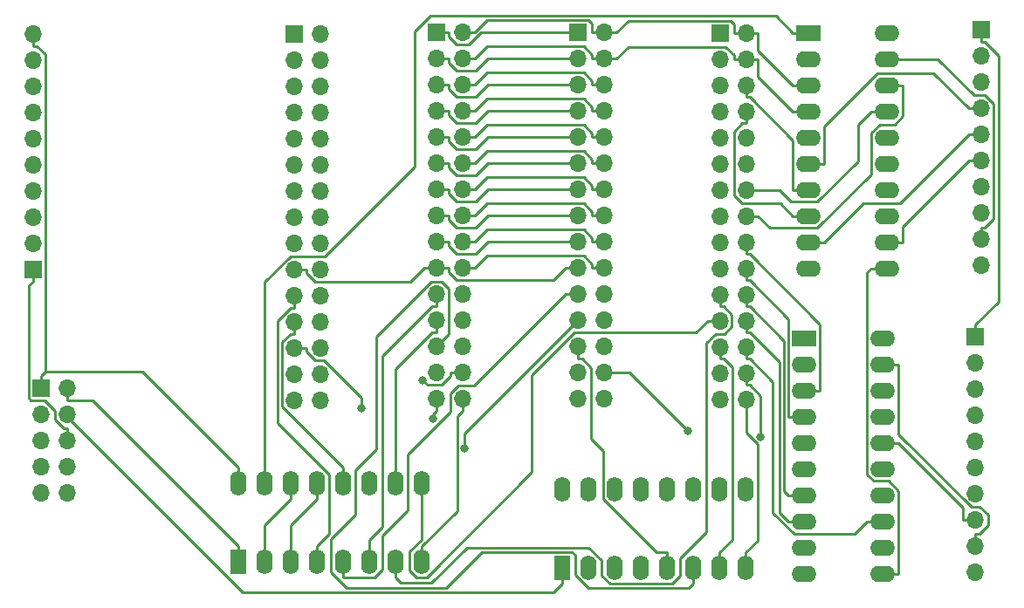
<source format=gbr>
%TF.GenerationSoftware,KiCad,Pcbnew,6.0.2+dfsg-1*%
%TF.CreationDate,2023-02-24T13:22:19-05:00*%
%TF.ProjectId,Registers,52656769-7374-4657-9273-2e6b69636164,rev?*%
%TF.SameCoordinates,Original*%
%TF.FileFunction,Copper,L2,Bot*%
%TF.FilePolarity,Positive*%
%FSLAX46Y46*%
G04 Gerber Fmt 4.6, Leading zero omitted, Abs format (unit mm)*
G04 Created by KiCad (PCBNEW 6.0.2+dfsg-1) date 2023-02-24 13:22:19*
%MOMM*%
%LPD*%
G01*
G04 APERTURE LIST*
%TA.AperFunction,ComponentPad*%
%ADD10R,2.400000X1.600000*%
%TD*%
%TA.AperFunction,ComponentPad*%
%ADD11O,2.400000X1.600000*%
%TD*%
%TA.AperFunction,ComponentPad*%
%ADD12R,1.700000X1.700000*%
%TD*%
%TA.AperFunction,ComponentPad*%
%ADD13O,1.700000X1.700000*%
%TD*%
%TA.AperFunction,ComponentPad*%
%ADD14R,1.600000X2.400000*%
%TD*%
%TA.AperFunction,ComponentPad*%
%ADD15O,1.600000X2.400000*%
%TD*%
%TA.AperFunction,ViaPad*%
%ADD16C,0.800000*%
%TD*%
%TA.AperFunction,Conductor*%
%ADD17C,0.250000*%
%TD*%
G04 APERTURE END LIST*
D10*
%TO.P,U4,1,~{E}*%
%TO.N,unconnected-(U4-Pad1)*%
X94600000Y-51330000D03*
D11*
%TO.P,U4,2,Q0*%
%TO.N,Net-(J8-Pad2)*%
X94600000Y-53870000D03*
%TO.P,U4,3,D0*%
%TO.N,/RS_{0}*%
X94600000Y-56410000D03*
%TO.P,U4,4,D1*%
%TO.N,/RS_{1}*%
X94600000Y-58950000D03*
%TO.P,U4,5,Q1*%
%TO.N,Net-(J8-Pad3)*%
X94600000Y-61490000D03*
%TO.P,U4,6,Q2*%
%TO.N,Net-(J8-Pad4)*%
X94600000Y-64030000D03*
%TO.P,U4,7,D2*%
%TO.N,/RS_{2}*%
X94600000Y-66570000D03*
%TO.P,U4,8,D3*%
%TO.N,/RS_{3}*%
X94600000Y-69110000D03*
%TO.P,U4,9,Q3*%
%TO.N,Net-(J8-Pad5)*%
X94600000Y-71650000D03*
%TO.P,U4,10,GND*%
%TO.N,GND*%
X94600000Y-74190000D03*
%TO.P,U4,11,CP*%
%TO.N,/CLK*%
X102220000Y-74190000D03*
%TO.P,U4,12,Q4*%
%TO.N,Net-(J8-Pad6)*%
X102220000Y-71650000D03*
%TO.P,U4,13,D4*%
%TO.N,/RS_{4}*%
X102220000Y-69110000D03*
%TO.P,U4,14,D5*%
%TO.N,/RS_{5}*%
X102220000Y-66570000D03*
%TO.P,U4,15,Q5*%
%TO.N,Net-(J8-Pad7)*%
X102220000Y-64030000D03*
%TO.P,U4,16,Q6*%
%TO.N,Net-(J8-Pad8)*%
X102220000Y-61490000D03*
%TO.P,U4,17,D6*%
%TO.N,/RS_{6}*%
X102220000Y-58950000D03*
%TO.P,U4,18,D7*%
%TO.N,/RS_{7}*%
X102220000Y-56410000D03*
%TO.P,U4,19,Q7*%
%TO.N,Net-(J8-Pad9)*%
X102220000Y-53870000D03*
%TO.P,U4,20,VCC*%
%TO.N,VCC*%
X102220000Y-51330000D03*
%TD*%
D10*
%TO.P,U3,1,~{E}*%
%TO.N,Net-(J1-Pad3)*%
X95010000Y-21655000D03*
D11*
%TO.P,U3,2,Q0*%
%TO.N,Net-(J7-Pad2)*%
X95010000Y-24195000D03*
%TO.P,U3,3,D0*%
%TO.N,/RD_{0}*%
X95010000Y-26735000D03*
%TO.P,U3,4,D1*%
%TO.N,/RD_{1}*%
X95010000Y-29275000D03*
%TO.P,U3,5,Q1*%
%TO.N,Net-(J7-Pad3)*%
X95010000Y-31815000D03*
%TO.P,U3,6,Q2*%
%TO.N,Net-(J7-Pad4)*%
X95010000Y-34355000D03*
%TO.P,U3,7,D2*%
%TO.N,/RD_{2}*%
X95010000Y-36895000D03*
%TO.P,U3,8,D3*%
%TO.N,/RD_{3}*%
X95010000Y-39435000D03*
%TO.P,U3,9,Q3*%
%TO.N,Net-(J7-Pad5)*%
X95010000Y-41975000D03*
%TO.P,U3,10,GND*%
%TO.N,GND*%
X95010000Y-44515000D03*
%TO.P,U3,11,CP*%
%TO.N,/CLK*%
X102630000Y-44515000D03*
%TO.P,U3,12,Q4*%
%TO.N,Net-(J7-Pad6)*%
X102630000Y-41975000D03*
%TO.P,U3,13,D4*%
%TO.N,/RD_{4}*%
X102630000Y-39435000D03*
%TO.P,U3,14,D5*%
%TO.N,/RD_{5}*%
X102630000Y-36895000D03*
%TO.P,U3,15,Q5*%
%TO.N,Net-(J7-Pad7)*%
X102630000Y-34355000D03*
%TO.P,U3,16,Q6*%
%TO.N,Net-(J7-Pad8)*%
X102630000Y-31815000D03*
%TO.P,U3,17,D6*%
%TO.N,/RD_{6}*%
X102630000Y-29275000D03*
%TO.P,U3,18,D7*%
%TO.N,/RD_{7}*%
X102630000Y-26735000D03*
%TO.P,U3,19,Q7*%
%TO.N,Net-(J7-Pad9)*%
X102630000Y-24195000D03*
%TO.P,U3,20,VCC*%
%TO.N,VCC*%
X102630000Y-21655000D03*
%TD*%
D12*
%TO.P,J8,1,Pin_1*%
%TO.N,VCC*%
X111180000Y-51135000D03*
D13*
%TO.P,J8,2,Pin_2*%
%TO.N,Net-(J8-Pad2)*%
X111180000Y-53675000D03*
%TO.P,J8,3,Pin_3*%
%TO.N,Net-(J8-Pad3)*%
X111180000Y-56215000D03*
%TO.P,J8,4,Pin_4*%
%TO.N,Net-(J8-Pad4)*%
X111180000Y-58755000D03*
%TO.P,J8,5,Pin_5*%
%TO.N,Net-(J8-Pad5)*%
X111180000Y-61295000D03*
%TO.P,J8,6,Pin_6*%
%TO.N,Net-(J8-Pad6)*%
X111180000Y-63835000D03*
%TO.P,J8,7,Pin_7*%
%TO.N,Net-(J8-Pad7)*%
X111180000Y-66375000D03*
%TO.P,J8,8,Pin_8*%
%TO.N,Net-(J8-Pad8)*%
X111180000Y-68915000D03*
%TO.P,J8,9,Pin_9*%
%TO.N,Net-(J8-Pad9)*%
X111180000Y-71455000D03*
%TO.P,J8,10,Pin_10*%
%TO.N,GND*%
X111180000Y-73995000D03*
%TD*%
D12*
%TO.P,J7,1,Pin_1*%
%TO.N,VCC*%
X111710000Y-21385000D03*
D13*
%TO.P,J7,2,Pin_2*%
%TO.N,Net-(J7-Pad2)*%
X111710000Y-23925000D03*
%TO.P,J7,3,Pin_3*%
%TO.N,Net-(J7-Pad3)*%
X111710000Y-26465000D03*
%TO.P,J7,4,Pin_4*%
%TO.N,Net-(J7-Pad4)*%
X111710000Y-29005000D03*
%TO.P,J7,5,Pin_5*%
%TO.N,Net-(J7-Pad5)*%
X111710000Y-31545000D03*
%TO.P,J7,6,Pin_6*%
%TO.N,Net-(J7-Pad6)*%
X111710000Y-34085000D03*
%TO.P,J7,7,Pin_7*%
%TO.N,Net-(J7-Pad7)*%
X111710000Y-36625000D03*
%TO.P,J7,8,Pin_8*%
%TO.N,Net-(J7-Pad8)*%
X111710000Y-39165000D03*
%TO.P,J7,9,Pin_9*%
%TO.N,Net-(J7-Pad9)*%
X111710000Y-41705000D03*
%TO.P,J7,10,Pin_10*%
%TO.N,GND*%
X111710000Y-44245000D03*
%TD*%
D12*
%TO.P,J4,1,Pin_1*%
%TO.N,VCC*%
X72650000Y-21615000D03*
D13*
%TO.P,J4,2,Pin_2*%
%TO.N,/RD_{0}*%
X75190000Y-21615000D03*
%TO.P,J4,3,Pin_3*%
%TO.N,/D_{0}*%
X72650000Y-24155000D03*
%TO.P,J4,4,Pin_4*%
%TO.N,/RD_{1}*%
X75190000Y-24155000D03*
%TO.P,J4,5,Pin_5*%
%TO.N,/D_{1}*%
X72650000Y-26695000D03*
%TO.P,J4,6,Pin_6*%
%TO.N,/RD_{2}*%
X75190000Y-26695000D03*
%TO.P,J4,7,Pin_7*%
%TO.N,/D_{2}*%
X72650000Y-29235000D03*
%TO.P,J4,8,Pin_8*%
%TO.N,/RD_{3}*%
X75190000Y-29235000D03*
%TO.P,J4,9,Pin_9*%
%TO.N,/D_{3}*%
X72650000Y-31775000D03*
%TO.P,J4,10,Pin_10*%
%TO.N,/RD_{4}*%
X75190000Y-31775000D03*
%TO.P,J4,11,Pin_11*%
%TO.N,/D_{4}*%
X72650000Y-34315000D03*
%TO.P,J4,12,Pin_12*%
%TO.N,/RD_{5}*%
X75190000Y-34315000D03*
%TO.P,J4,13,Pin_13*%
%TO.N,/D_{5}*%
X72650000Y-36855000D03*
%TO.P,J4,14,Pin_14*%
%TO.N,/RD_{6}*%
X75190000Y-36855000D03*
%TO.P,J4,15,Pin_15*%
%TO.N,/D_{6}*%
X72650000Y-39395000D03*
%TO.P,J4,16,Pin_16*%
%TO.N,/RD_{7}*%
X75190000Y-39395000D03*
%TO.P,J4,17,Pin_17*%
%TO.N,/D_{7}*%
X72650000Y-41935000D03*
%TO.P,J4,18,Pin_18*%
%TO.N,/RS_{0}*%
X75190000Y-41935000D03*
%TO.P,J4,19,Pin_19*%
%TO.N,/CLK*%
X72650000Y-44475000D03*
%TO.P,J4,20,Pin_20*%
%TO.N,/RS_{1}*%
X75190000Y-44475000D03*
%TO.P,J4,21,Pin_21*%
%TO.N,Net-(J4-Pad21)*%
X72650000Y-47015000D03*
%TO.P,J4,22,Pin_22*%
%TO.N,/RS_{2}*%
X75190000Y-47015000D03*
%TO.P,J4,23,Pin_23*%
%TO.N,Net-(J4-Pad23)*%
X72650000Y-49555000D03*
%TO.P,J4,24,Pin_24*%
%TO.N,/RS_{3}*%
X75190000Y-49555000D03*
%TO.P,J4,25,Pin_25*%
%TO.N,Net-(J4-Pad25)*%
X72650000Y-52095000D03*
%TO.P,J4,26,Pin_26*%
%TO.N,/RS_{4}*%
X75190000Y-52095000D03*
%TO.P,J4,27,Pin_27*%
%TO.N,/RS_{7}*%
X72650000Y-54635000D03*
%TO.P,J4,28,Pin_28*%
%TO.N,/RS_{5}*%
X75190000Y-54635000D03*
%TO.P,J4,29,Pin_29*%
%TO.N,/RS_{6}*%
X72650000Y-57175000D03*
%TO.P,J4,30,Pin_30*%
%TO.N,GND*%
X75190000Y-57175000D03*
%TD*%
D14*
%TO.P,U1,1,E*%
%TO.N,Net-(J1-Pad2)*%
X39710000Y-73000000D03*
D15*
%TO.P,U1,2,A0*%
%TO.N,Net-(J1-Pad9)*%
X42250000Y-73000000D03*
%TO.P,U1,3,A1*%
%TO.N,Net-(J1-Pad10)*%
X44790000Y-73000000D03*
%TO.P,U1,4,O0*%
%TO.N,Net-(J3-Pad21)*%
X47330000Y-73000000D03*
%TO.P,U1,5,O1*%
%TO.N,Net-(J4-Pad21)*%
X49870000Y-73000000D03*
%TO.P,U1,6,O2*%
%TO.N,Net-(J5-Pad21)*%
X52410000Y-73000000D03*
%TO.P,U1,7,O3*%
%TO.N,Net-(J6-Pad21)*%
X54950000Y-73000000D03*
%TO.P,U1,8,GND*%
%TO.N,GND*%
X57490000Y-73000000D03*
%TO.P,U1,9,O3*%
%TO.N,Net-(J6-Pad23)*%
X57490000Y-65380000D03*
%TO.P,U1,10,O2*%
%TO.N,Net-(J5-Pad23)*%
X54950000Y-65380000D03*
%TO.P,U1,11,O1*%
%TO.N,Net-(J4-Pad23)*%
X52410000Y-65380000D03*
%TO.P,U1,12,O0*%
%TO.N,Net-(J3-Pad23)*%
X49870000Y-65380000D03*
%TO.P,U1,13,A1*%
%TO.N,Net-(J1-Pad10)*%
X47330000Y-65380000D03*
%TO.P,U1,14,A0*%
%TO.N,Net-(J1-Pad9)*%
X44790000Y-65380000D03*
%TO.P,U1,15,E*%
%TO.N,Net-(J1-Pad3)*%
X42250000Y-65380000D03*
%TO.P,U1,16,VCC*%
%TO.N,VCC*%
X39710000Y-65380000D03*
%TD*%
D12*
%TO.P,J5,1,Pin_1*%
%TO.N,VCC*%
X58900000Y-21615000D03*
D13*
%TO.P,J5,2,Pin_2*%
%TO.N,/RD_{0}*%
X61440000Y-21615000D03*
%TO.P,J5,3,Pin_3*%
%TO.N,/D_{0}*%
X58900000Y-24155000D03*
%TO.P,J5,4,Pin_4*%
%TO.N,/RD_{1}*%
X61440000Y-24155000D03*
%TO.P,J5,5,Pin_5*%
%TO.N,/D_{1}*%
X58900000Y-26695000D03*
%TO.P,J5,6,Pin_6*%
%TO.N,/RD_{2}*%
X61440000Y-26695000D03*
%TO.P,J5,7,Pin_7*%
%TO.N,/D_{2}*%
X58900000Y-29235000D03*
%TO.P,J5,8,Pin_8*%
%TO.N,/RD_{3}*%
X61440000Y-29235000D03*
%TO.P,J5,9,Pin_9*%
%TO.N,/D_{3}*%
X58900000Y-31775000D03*
%TO.P,J5,10,Pin_10*%
%TO.N,/RD_{4}*%
X61440000Y-31775000D03*
%TO.P,J5,11,Pin_11*%
%TO.N,/D_{4}*%
X58900000Y-34315000D03*
%TO.P,J5,12,Pin_12*%
%TO.N,/RD_{5}*%
X61440000Y-34315000D03*
%TO.P,J5,13,Pin_13*%
%TO.N,/D_{5}*%
X58900000Y-36855000D03*
%TO.P,J5,14,Pin_14*%
%TO.N,/RD_{6}*%
X61440000Y-36855000D03*
%TO.P,J5,15,Pin_15*%
%TO.N,/D_{6}*%
X58900000Y-39395000D03*
%TO.P,J5,16,Pin_16*%
%TO.N,/RD_{7}*%
X61440000Y-39395000D03*
%TO.P,J5,17,Pin_17*%
%TO.N,/D_{7}*%
X58900000Y-41935000D03*
%TO.P,J5,18,Pin_18*%
%TO.N,/RS_{0}*%
X61440000Y-41935000D03*
%TO.P,J5,19,Pin_19*%
%TO.N,/CLK*%
X58900000Y-44475000D03*
%TO.P,J5,20,Pin_20*%
%TO.N,/RS_{1}*%
X61440000Y-44475000D03*
%TO.P,J5,21,Pin_21*%
%TO.N,Net-(J5-Pad21)*%
X58900000Y-47015000D03*
%TO.P,J5,22,Pin_22*%
%TO.N,/RS_{2}*%
X61440000Y-47015000D03*
%TO.P,J5,23,Pin_23*%
%TO.N,Net-(J5-Pad23)*%
X58900000Y-49555000D03*
%TO.P,J5,24,Pin_24*%
%TO.N,/RS_{3}*%
X61440000Y-49555000D03*
%TO.P,J5,25,Pin_25*%
%TO.N,Net-(J5-Pad25)*%
X58900000Y-52095000D03*
%TO.P,J5,26,Pin_26*%
%TO.N,/RS_{4}*%
X61440000Y-52095000D03*
%TO.P,J5,27,Pin_27*%
%TO.N,/RS_{7}*%
X58900000Y-54635000D03*
%TO.P,J5,28,Pin_28*%
%TO.N,/RS_{5}*%
X61440000Y-54635000D03*
%TO.P,J5,29,Pin_29*%
%TO.N,/RS_{6}*%
X58900000Y-57175000D03*
%TO.P,J5,30,Pin_30*%
%TO.N,GND*%
X61440000Y-57175000D03*
%TD*%
D12*
%TO.P,J6,1,Pin_1*%
%TO.N,VCC*%
X86400000Y-21650000D03*
D13*
%TO.P,J6,2,Pin_2*%
%TO.N,/RD_{0}*%
X88940000Y-21650000D03*
%TO.P,J6,3,Pin_3*%
%TO.N,/D_{0}*%
X86400000Y-24190000D03*
%TO.P,J6,4,Pin_4*%
%TO.N,/RD_{1}*%
X88940000Y-24190000D03*
%TO.P,J6,5,Pin_5*%
%TO.N,/D_{1}*%
X86400000Y-26730000D03*
%TO.P,J6,6,Pin_6*%
%TO.N,/RD_{2}*%
X88940000Y-26730000D03*
%TO.P,J6,7,Pin_7*%
%TO.N,/D_{2}*%
X86400000Y-29270000D03*
%TO.P,J6,8,Pin_8*%
%TO.N,/RD_{3}*%
X88940000Y-29270000D03*
%TO.P,J6,9,Pin_9*%
%TO.N,/D_{3}*%
X86400000Y-31810000D03*
%TO.P,J6,10,Pin_10*%
%TO.N,/RD_{4}*%
X88940000Y-31810000D03*
%TO.P,J6,11,Pin_11*%
%TO.N,/D_{4}*%
X86400000Y-34350000D03*
%TO.P,J6,12,Pin_12*%
%TO.N,/RD_{5}*%
X88940000Y-34350000D03*
%TO.P,J6,13,Pin_13*%
%TO.N,/D_{5}*%
X86400000Y-36890000D03*
%TO.P,J6,14,Pin_14*%
%TO.N,/RD_{6}*%
X88940000Y-36890000D03*
%TO.P,J6,15,Pin_15*%
%TO.N,/D_{6}*%
X86400000Y-39430000D03*
%TO.P,J6,16,Pin_16*%
%TO.N,/RD_{7}*%
X88940000Y-39430000D03*
%TO.P,J6,17,Pin_17*%
%TO.N,/D_{7}*%
X86400000Y-41970000D03*
%TO.P,J6,18,Pin_18*%
%TO.N,/RS_{0}*%
X88940000Y-41970000D03*
%TO.P,J6,19,Pin_19*%
%TO.N,/CLK*%
X86400000Y-44510000D03*
%TO.P,J6,20,Pin_20*%
%TO.N,/RS_{1}*%
X88940000Y-44510000D03*
%TO.P,J6,21,Pin_21*%
%TO.N,Net-(J6-Pad21)*%
X86400000Y-47050000D03*
%TO.P,J6,22,Pin_22*%
%TO.N,/RS_{2}*%
X88940000Y-47050000D03*
%TO.P,J6,23,Pin_23*%
%TO.N,Net-(J6-Pad23)*%
X86400000Y-49590000D03*
%TO.P,J6,24,Pin_24*%
%TO.N,/RS_{3}*%
X88940000Y-49590000D03*
%TO.P,J6,25,Pin_25*%
%TO.N,Net-(J6-Pad25)*%
X86400000Y-52130000D03*
%TO.P,J6,26,Pin_26*%
%TO.N,/RS_{4}*%
X88940000Y-52130000D03*
%TO.P,J6,27,Pin_27*%
%TO.N,/RS_{7}*%
X86400000Y-54670000D03*
%TO.P,J6,28,Pin_28*%
%TO.N,/RS_{5}*%
X88940000Y-54670000D03*
%TO.P,J6,29,Pin_29*%
%TO.N,/RS_{6}*%
X86400000Y-57210000D03*
%TO.P,J6,30,Pin_30*%
%TO.N,GND*%
X88940000Y-57210000D03*
%TD*%
D12*
%TO.P,J1,1,Pin_1*%
%TO.N,VCC*%
X20580000Y-56120000D03*
D13*
%TO.P,J1,2,Pin_2*%
%TO.N,Net-(J1-Pad2)*%
X23120000Y-56120000D03*
%TO.P,J1,3,Pin_3*%
%TO.N,Net-(J1-Pad3)*%
X20580000Y-58660000D03*
%TO.P,J1,4,Pin_4*%
%TO.N,Net-(J1-Pad4)*%
X23120000Y-58660000D03*
%TO.P,J1,5,Pin_5*%
%TO.N,/CLK*%
X20580000Y-61200000D03*
%TO.P,J1,6,Pin_6*%
%TO.N,GND*%
X23120000Y-61200000D03*
%TO.P,J1,7,Pin_7*%
%TO.N,Net-(J1-Pad7)*%
X20580000Y-63740000D03*
%TO.P,J1,8,Pin_8*%
%TO.N,Net-(J1-Pad8)*%
X23120000Y-63740000D03*
%TO.P,J1,9,Pin_9*%
%TO.N,Net-(J1-Pad9)*%
X20580000Y-66280000D03*
%TO.P,J1,10,Pin_10*%
%TO.N,Net-(J1-Pad10)*%
X23120000Y-66280000D03*
%TD*%
D14*
%TO.P,U2,1,E*%
%TO.N,Net-(J1-Pad4)*%
X71130000Y-73580000D03*
D15*
%TO.P,U2,2,A0*%
%TO.N,Net-(J1-Pad7)*%
X73670000Y-73580000D03*
%TO.P,U2,3,A1*%
%TO.N,Net-(J1-Pad8)*%
X76210000Y-73580000D03*
%TO.P,U2,4,O0*%
%TO.N,Net-(J3-Pad25)*%
X78750000Y-73580000D03*
%TO.P,U2,5,O1*%
%TO.N,Net-(J4-Pad25)*%
X81290000Y-73580000D03*
%TO.P,U2,6,O2*%
%TO.N,Net-(J5-Pad25)*%
X83830000Y-73580000D03*
%TO.P,U2,7,O3*%
%TO.N,Net-(J6-Pad25)*%
X86370000Y-73580000D03*
%TO.P,U2,8,GND*%
%TO.N,GND*%
X88910000Y-73580000D03*
%TO.P,U2,9*%
%TO.N,N/C*%
X88910000Y-65960000D03*
%TO.P,U2,10*%
X86370000Y-65960000D03*
%TO.P,U2,11*%
X83830000Y-65960000D03*
%TO.P,U2,12*%
X81290000Y-65960000D03*
%TO.P,U2,13*%
X78750000Y-65960000D03*
%TO.P,U2,14*%
X76210000Y-65960000D03*
%TO.P,U2,15*%
X73670000Y-65960000D03*
%TO.P,U2,16,VCC*%
%TO.N,VCC*%
X71130000Y-65960000D03*
%TD*%
D12*
%TO.P,J2,1,Pin_1*%
%TO.N,GND*%
X19800000Y-44620000D03*
D13*
%TO.P,J2,2,Pin_2*%
%TO.N,/D_{7}*%
X19800000Y-42080000D03*
%TO.P,J2,3,Pin_3*%
%TO.N,/D_{6}*%
X19800000Y-39540000D03*
%TO.P,J2,4,Pin_4*%
%TO.N,/D_{5}*%
X19800000Y-37000000D03*
%TO.P,J2,5,Pin_5*%
%TO.N,/D_{4}*%
X19800000Y-34460000D03*
%TO.P,J2,6,Pin_6*%
%TO.N,/D_{3}*%
X19800000Y-31920000D03*
%TO.P,J2,7,Pin_7*%
%TO.N,/D_{2}*%
X19800000Y-29380000D03*
%TO.P,J2,8,Pin_8*%
%TO.N,/D_{1}*%
X19800000Y-26840000D03*
%TO.P,J2,9,Pin_9*%
%TO.N,/D_{0}*%
X19800000Y-24300000D03*
%TO.P,J2,10,Pin_10*%
%TO.N,VCC*%
X19800000Y-21760000D03*
%TD*%
D12*
%TO.P,J3,1,Pin_1*%
%TO.N,VCC*%
X45150000Y-21745000D03*
D13*
%TO.P,J3,2,Pin_2*%
%TO.N,/RD_{0}*%
X47690000Y-21745000D03*
%TO.P,J3,3,Pin_3*%
%TO.N,/D_{0}*%
X45150000Y-24285000D03*
%TO.P,J3,4,Pin_4*%
%TO.N,/RD_{1}*%
X47690000Y-24285000D03*
%TO.P,J3,5,Pin_5*%
%TO.N,/D_{1}*%
X45150000Y-26825000D03*
%TO.P,J3,6,Pin_6*%
%TO.N,/RD_{2}*%
X47690000Y-26825000D03*
%TO.P,J3,7,Pin_7*%
%TO.N,/D_{2}*%
X45150000Y-29365000D03*
%TO.P,J3,8,Pin_8*%
%TO.N,/RD_{3}*%
X47690000Y-29365000D03*
%TO.P,J3,9,Pin_9*%
%TO.N,/D_{3}*%
X45150000Y-31905000D03*
%TO.P,J3,10,Pin_10*%
%TO.N,/RD_{4}*%
X47690000Y-31905000D03*
%TO.P,J3,11,Pin_11*%
%TO.N,/D_{4}*%
X45150000Y-34445000D03*
%TO.P,J3,12,Pin_12*%
%TO.N,/RD_{5}*%
X47690000Y-34445000D03*
%TO.P,J3,13,Pin_13*%
%TO.N,/D_{5}*%
X45150000Y-36985000D03*
%TO.P,J3,14,Pin_14*%
%TO.N,/RD_{6}*%
X47690000Y-36985000D03*
%TO.P,J3,15,Pin_15*%
%TO.N,/D_{6}*%
X45150000Y-39525000D03*
%TO.P,J3,16,Pin_16*%
%TO.N,/RD_{7}*%
X47690000Y-39525000D03*
%TO.P,J3,17,Pin_17*%
%TO.N,/D_{7}*%
X45150000Y-42065000D03*
%TO.P,J3,18,Pin_18*%
%TO.N,/RS_{0}*%
X47690000Y-42065000D03*
%TO.P,J3,19,Pin_19*%
%TO.N,/CLK*%
X45150000Y-44605000D03*
%TO.P,J3,20,Pin_20*%
%TO.N,/RS_{1}*%
X47690000Y-44605000D03*
%TO.P,J3,21,Pin_21*%
%TO.N,Net-(J3-Pad21)*%
X45150000Y-47145000D03*
%TO.P,J3,22,Pin_22*%
%TO.N,/RS_{2}*%
X47690000Y-47145000D03*
%TO.P,J3,23,Pin_23*%
%TO.N,Net-(J3-Pad23)*%
X45150000Y-49685000D03*
%TO.P,J3,24,Pin_24*%
%TO.N,/RS_{3}*%
X47690000Y-49685000D03*
%TO.P,J3,25,Pin_25*%
%TO.N,Net-(J3-Pad25)*%
X45150000Y-52225000D03*
%TO.P,J3,26,Pin_26*%
%TO.N,/RS_{4}*%
X47690000Y-52225000D03*
%TO.P,J3,27,Pin_27*%
%TO.N,/RS_{7}*%
X45150000Y-54765000D03*
%TO.P,J3,28,Pin_28*%
%TO.N,/RS_{5}*%
X47690000Y-54765000D03*
%TO.P,J3,29,Pin_29*%
%TO.N,/RS_{6}*%
X45150000Y-57305000D03*
%TO.P,J3,30,Pin_30*%
%TO.N,GND*%
X47690000Y-57305000D03*
%TD*%
D16*
%TO.N,Net-(J4-Pad23)*%
X61641300Y-61999900D03*
%TO.N,Net-(J3-Pad25)*%
X51659900Y-58127400D03*
%TO.N,/RS_{5}*%
X90338500Y-60855400D03*
X83280700Y-60306500D03*
X57575400Y-55370600D03*
%TO.N,/RS_{6}*%
X58544100Y-59132200D03*
%TD*%
D17*
%TO.N,Net-(J8-Pad9)*%
X103745100Y-60609600D02*
X103745100Y-53870000D01*
X110780500Y-67645000D02*
X103745100Y-60609600D01*
X111576600Y-67645000D02*
X110780500Y-67645000D01*
X112393900Y-68462300D02*
X111576600Y-67645000D01*
X112393900Y-69433200D02*
X112393900Y-68462300D01*
X111547200Y-70279900D02*
X112393900Y-69433200D01*
X111180000Y-70279900D02*
X111547200Y-70279900D01*
X111180000Y-71455000D02*
X111180000Y-70279900D01*
X102220000Y-53870000D02*
X103745100Y-53870000D01*
%TO.N,Net-(J8-Pad8)*%
X110004900Y-67749800D02*
X103745100Y-61490000D01*
X110004900Y-68915000D02*
X110004900Y-67749800D01*
X102220000Y-61490000D02*
X103745100Y-61490000D01*
X111180000Y-68915000D02*
X110004900Y-68915000D01*
%TO.N,Net-(J7-Pad9)*%
X111710000Y-41705000D02*
X111710000Y-40529900D01*
X112075200Y-40529900D02*
X111710000Y-40529900D01*
X112910200Y-39694900D02*
X112075200Y-40529900D01*
X112910200Y-28522900D02*
X112910200Y-39694900D01*
X112122300Y-27735000D02*
X112910200Y-28522900D01*
X111080000Y-27735000D02*
X112122300Y-27735000D01*
X107540000Y-24195000D02*
X111080000Y-27735000D01*
X102630000Y-24195000D02*
X107540000Y-24195000D01*
%TO.N,Net-(J7-Pad6)*%
X104155100Y-40464800D02*
X104155100Y-41975000D01*
X110534900Y-34085000D02*
X104155100Y-40464800D01*
X111710000Y-34085000D02*
X110534900Y-34085000D01*
X102630000Y-41975000D02*
X104155100Y-41975000D01*
%TO.N,Net-(J7-Pad5)*%
X100345100Y-38165000D02*
X96535100Y-41975000D01*
X103914900Y-38165000D02*
X100345100Y-38165000D01*
X110534900Y-31545000D02*
X103914900Y-38165000D01*
X111710000Y-31545000D02*
X110534900Y-31545000D01*
X95010000Y-41975000D02*
X96535100Y-41975000D01*
%TO.N,Net-(J7-Pad4)*%
X96535100Y-30778100D02*
X96535100Y-34355000D01*
X101709400Y-25603800D02*
X96535100Y-30778100D01*
X107133700Y-25603800D02*
X101709400Y-25603800D01*
X110534900Y-29005000D02*
X107133700Y-25603800D01*
X111710000Y-29005000D02*
X110534900Y-29005000D01*
X95010000Y-34355000D02*
X96535100Y-34355000D01*
%TO.N,Net-(J6-Pad25)*%
X86765200Y-53305100D02*
X86400000Y-53305100D01*
X87590600Y-54130500D02*
X86765200Y-53305100D01*
X87590600Y-70834300D02*
X87590600Y-54130500D01*
X86370000Y-72054900D02*
X87590600Y-70834300D01*
X86370000Y-73580000D02*
X86370000Y-72054900D01*
X86400000Y-52130000D02*
X86400000Y-53305100D01*
%TO.N,Net-(J6-Pad23)*%
X57490000Y-70838200D02*
X57490000Y-65380000D01*
X56316400Y-72011800D02*
X57490000Y-70838200D01*
X56316400Y-73880100D02*
X56316400Y-72011800D01*
X56984000Y-74547700D02*
X56316400Y-73880100D01*
X57947500Y-74547700D02*
X56984000Y-74547700D01*
X68189000Y-64306200D02*
X57947500Y-74547700D01*
X68189000Y-54878700D02*
X68189000Y-64306200D01*
X72302600Y-50765100D02*
X68189000Y-54878700D01*
X84049800Y-50765100D02*
X72302600Y-50765100D01*
X85224900Y-49590000D02*
X84049800Y-50765100D01*
X86400000Y-49590000D02*
X85224900Y-49590000D01*
%TO.N,Net-(J6-Pad21)*%
X86400000Y-47050000D02*
X86400000Y-48225100D01*
X54950000Y-73000000D02*
X54950000Y-74525100D01*
X55473700Y-75048800D02*
X54950000Y-74525100D01*
X58415600Y-75048800D02*
X55473700Y-75048800D01*
X61859700Y-71604700D02*
X58415600Y-75048800D01*
X73688800Y-71604700D02*
X61859700Y-71604700D01*
X74940000Y-72855900D02*
X73688800Y-71604700D01*
X74940000Y-74308700D02*
X74940000Y-72855900D01*
X75736400Y-75105100D02*
X74940000Y-74308700D01*
X81777400Y-75105100D02*
X75736400Y-75105100D01*
X82560000Y-74322500D02*
X81777400Y-75105100D01*
X82560000Y-72650000D02*
X82560000Y-74322500D01*
X85100000Y-70110000D02*
X82560000Y-72650000D01*
X85100000Y-51731000D02*
X85100000Y-70110000D01*
X85971000Y-50860000D02*
X85100000Y-51731000D01*
X86830900Y-50860000D02*
X85971000Y-50860000D01*
X87575200Y-50115700D02*
X86830900Y-50860000D01*
X87575200Y-49033100D02*
X87575200Y-50115700D01*
X86767200Y-48225100D02*
X87575200Y-49033100D01*
X86400000Y-48225100D02*
X86767200Y-48225100D01*
%TO.N,Net-(J5-Pad25)*%
X60093300Y-50901700D02*
X58900000Y-52095000D01*
X60093300Y-46509200D02*
X60093300Y-50901700D01*
X59413000Y-45828900D02*
X60093300Y-46509200D01*
X58395600Y-45828900D02*
X59413000Y-45828900D01*
X53089600Y-51134900D02*
X58395600Y-45828900D01*
X53089600Y-62091600D02*
X53089600Y-51134900D01*
X51066100Y-64115100D02*
X53089600Y-62091600D01*
X51066100Y-68396600D02*
X51066100Y-64115100D01*
X48691400Y-70771300D02*
X51066100Y-68396600D01*
X48691400Y-74021400D02*
X48691400Y-70771300D01*
X50168900Y-75498900D02*
X48691400Y-74021400D01*
X59837800Y-75498900D02*
X50168900Y-75498900D01*
X63281900Y-72054800D02*
X59837800Y-75498900D01*
X72076800Y-72054800D02*
X63281900Y-72054800D01*
X72357500Y-72335500D02*
X72076800Y-72054800D01*
X72357500Y-74300900D02*
X72357500Y-72335500D01*
X73630700Y-75574100D02*
X72357500Y-74300900D01*
X83361000Y-75574100D02*
X73630700Y-75574100D01*
X83830000Y-75105100D02*
X83361000Y-75574100D01*
X83830000Y-73580000D02*
X83830000Y-75105100D01*
%TO.N,Net-(J5-Pad23)*%
X54950000Y-54312900D02*
X54950000Y-65380000D01*
X58532800Y-50730100D02*
X54950000Y-54312900D01*
X58900000Y-50730100D02*
X58532800Y-50730100D01*
X58900000Y-49555000D02*
X58900000Y-50730100D01*
%TO.N,Net-(J5-Pad21)*%
X58900000Y-47015000D02*
X58900000Y-48190100D01*
X52410000Y-73000000D02*
X52410000Y-71474900D01*
X52410000Y-70838300D02*
X52410000Y-71474900D01*
X53680000Y-69568300D02*
X52410000Y-70838300D01*
X53680000Y-53042900D02*
X53680000Y-69568300D01*
X58532800Y-48190100D02*
X53680000Y-53042900D01*
X58900000Y-48190100D02*
X58532800Y-48190100D01*
%TO.N,Net-(J4-Pad25)*%
X73015200Y-53270100D02*
X72650000Y-53270100D01*
X73920000Y-54174900D02*
X73015200Y-53270100D01*
X73920000Y-61044100D02*
X73920000Y-54174900D01*
X75084800Y-62208900D02*
X73920000Y-61044100D01*
X75084800Y-66898200D02*
X75084800Y-62208900D01*
X80241500Y-72054900D02*
X75084800Y-66898200D01*
X81290000Y-72054900D02*
X80241500Y-72054900D01*
X81290000Y-73580000D02*
X81290000Y-72054900D01*
X72650000Y-52095000D02*
X72650000Y-53270100D01*
%TO.N,Net-(J4-Pad23)*%
X61641300Y-60563700D02*
X72650000Y-49555000D01*
X61641300Y-61999900D02*
X61641300Y-60563700D01*
%TO.N,Net-(J4-Pad21)*%
X49870000Y-73000000D02*
X49870000Y-74525100D01*
X72650000Y-47015000D02*
X71474900Y-47015000D01*
X62584900Y-55905000D02*
X71474900Y-47015000D01*
X61009100Y-55905000D02*
X62584900Y-55905000D01*
X60264800Y-56649300D02*
X61009100Y-55905000D01*
X60264800Y-58437000D02*
X60264800Y-56649300D01*
X56107500Y-62594300D02*
X60264800Y-58437000D01*
X56107500Y-67995200D02*
X56107500Y-62594300D01*
X53680000Y-70422700D02*
X56107500Y-67995200D01*
X53680000Y-73722900D02*
X53680000Y-70422700D01*
X52877800Y-74525100D02*
X53680000Y-73722900D01*
X49870000Y-74525100D02*
X52877800Y-74525100D01*
%TO.N,Net-(J3-Pad25)*%
X51659900Y-57050600D02*
X51659900Y-58127400D01*
X48009400Y-53400100D02*
X51659900Y-57050600D01*
X47132900Y-53400100D02*
X48009400Y-53400100D01*
X46325100Y-52592300D02*
X47132900Y-53400100D01*
X46325100Y-52225000D02*
X46325100Y-52592300D01*
X45150000Y-52225000D02*
X46325100Y-52225000D01*
%TO.N,Net-(J3-Pad23)*%
X43957000Y-57941900D02*
X49870000Y-63854900D01*
X43957000Y-51685900D02*
X43957000Y-57941900D01*
X44782800Y-50860100D02*
X43957000Y-51685900D01*
X45150000Y-50860100D02*
X44782800Y-50860100D01*
X45150000Y-49685000D02*
X45150000Y-50860100D01*
X49870000Y-65380000D02*
X49870000Y-63854900D01*
%TO.N,Net-(J3-Pad21)*%
X47330000Y-73000000D02*
X47330000Y-71474900D01*
X45150000Y-47145000D02*
X45150000Y-48320100D01*
X48520600Y-70284300D02*
X47330000Y-71474900D01*
X48520600Y-64518900D02*
X48520600Y-70284300D01*
X43503100Y-59501400D02*
X48520600Y-64518900D01*
X43503100Y-49601700D02*
X43503100Y-59501400D01*
X44784700Y-48320100D02*
X43503100Y-49601700D01*
X45150000Y-48320100D02*
X44784700Y-48320100D01*
%TO.N,/RD_{0}*%
X90115100Y-23365200D02*
X93484900Y-26735000D01*
X90115100Y-21650000D02*
X90115100Y-23365200D01*
X88940000Y-21650000D02*
X90115100Y-21650000D01*
X95010000Y-26735000D02*
X93484900Y-26735000D01*
X87764900Y-20819000D02*
X87764900Y-21650000D01*
X87420700Y-20474800D02*
X87764900Y-20819000D01*
X77505300Y-20474800D02*
X87420700Y-20474800D01*
X76365100Y-21615000D02*
X77505300Y-20474800D01*
X75190000Y-21615000D02*
X76365100Y-21615000D01*
X88940000Y-21650000D02*
X87764900Y-21650000D01*
X74014900Y-20784000D02*
X74014900Y-21615000D01*
X73670700Y-20439800D02*
X74014900Y-20784000D01*
X63790300Y-20439800D02*
X73670700Y-20439800D01*
X62615100Y-21615000D02*
X63790300Y-20439800D01*
X61440000Y-21615000D02*
X62615100Y-21615000D01*
X75190000Y-21615000D02*
X74014900Y-21615000D01*
%TO.N,/RD_{1}*%
X90115100Y-25905200D02*
X93484900Y-29275000D01*
X90115100Y-24190000D02*
X90115100Y-25905200D01*
X88940000Y-24190000D02*
X90115100Y-24190000D01*
X95010000Y-29275000D02*
X93484900Y-29275000D01*
X87764900Y-23824800D02*
X87764900Y-24190000D01*
X86943000Y-23002900D02*
X87764900Y-23824800D01*
X77517200Y-23002900D02*
X86943000Y-23002900D01*
X76365100Y-24155000D02*
X77517200Y-23002900D01*
X75190000Y-24155000D02*
X76365100Y-24155000D01*
X88940000Y-24190000D02*
X87764900Y-24190000D01*
X74014900Y-23789800D02*
X74014900Y-24155000D01*
X73186800Y-22961700D02*
X74014900Y-23789800D01*
X63808400Y-22961700D02*
X73186800Y-22961700D01*
X62615100Y-24155000D02*
X63808400Y-22961700D01*
X61440000Y-24155000D02*
X62615100Y-24155000D01*
X75190000Y-24155000D02*
X74014900Y-24155000D01*
%TO.N,/RD_{2}*%
X61440000Y-26695000D02*
X62615100Y-26695000D01*
X75190000Y-26695000D02*
X74014900Y-26695000D01*
X74014900Y-26329800D02*
X74014900Y-26695000D01*
X73189500Y-25504400D02*
X74014900Y-26329800D01*
X63805700Y-25504400D02*
X73189500Y-25504400D01*
X62615100Y-26695000D02*
X63805700Y-25504400D01*
X89305200Y-27905100D02*
X88940000Y-27905100D01*
X93484900Y-32084800D02*
X89305200Y-27905100D01*
X93484900Y-36895000D02*
X93484900Y-32084800D01*
X95010000Y-36895000D02*
X93484900Y-36895000D01*
X88940000Y-26730000D02*
X88940000Y-27905100D01*
%TO.N,/RD_{3}*%
X61440000Y-29235000D02*
X62615100Y-29235000D01*
X75190000Y-29235000D02*
X74014900Y-29235000D01*
X74014900Y-28869800D02*
X74014900Y-29235000D01*
X73189500Y-28044400D02*
X74014900Y-28869800D01*
X63805700Y-28044400D02*
X73189500Y-28044400D01*
X62615100Y-29235000D02*
X63805700Y-28044400D01*
X88574700Y-30445100D02*
X88940000Y-30445100D01*
X87763300Y-31256500D02*
X88574700Y-30445100D01*
X87763300Y-37412200D02*
X87763300Y-31256500D01*
X88571300Y-38220200D02*
X87763300Y-37412200D01*
X92270100Y-38220200D02*
X88571300Y-38220200D01*
X93484900Y-39435000D02*
X92270100Y-38220200D01*
X95010000Y-39435000D02*
X93484900Y-39435000D01*
X88940000Y-29270000D02*
X88940000Y-30445100D01*
%TO.N,/RD_{4}*%
X61440000Y-31775000D02*
X62615100Y-31775000D01*
X75190000Y-31775000D02*
X74014900Y-31775000D01*
X74014900Y-31409800D02*
X74014900Y-31775000D01*
X73189500Y-30584400D02*
X74014900Y-31409800D01*
X63805700Y-30584400D02*
X73189500Y-30584400D01*
X62615100Y-31775000D02*
X63805700Y-30584400D01*
%TO.N,/RD_{5}*%
X61440000Y-34315000D02*
X62615100Y-34315000D01*
X75190000Y-34315000D02*
X74014900Y-34315000D01*
X74014900Y-33949800D02*
X74014900Y-34315000D01*
X73189500Y-33124400D02*
X74014900Y-33949800D01*
X63805700Y-33124400D02*
X73189500Y-33124400D01*
X62615100Y-34315000D02*
X63805700Y-33124400D01*
%TO.N,/RD_{6}*%
X61440000Y-36855000D02*
X62615100Y-36855000D01*
X75190000Y-36855000D02*
X74014900Y-36855000D01*
X74014900Y-36489800D02*
X74014900Y-36855000D01*
X73189500Y-35664400D02*
X74014900Y-36489800D01*
X63805700Y-35664400D02*
X73189500Y-35664400D01*
X62615100Y-36855000D02*
X63805700Y-35664400D01*
X102630000Y-29275000D02*
X101104900Y-29275000D01*
X92154700Y-36890000D02*
X88940000Y-36890000D01*
X93304600Y-38039900D02*
X92154700Y-36890000D01*
X95864400Y-38039900D02*
X93304600Y-38039900D01*
X99803000Y-34101300D02*
X95864400Y-38039900D01*
X99803000Y-30576900D02*
X99803000Y-34101300D01*
X101104900Y-29275000D02*
X99803000Y-30576900D01*
%TO.N,/RD_{7}*%
X61440000Y-39395000D02*
X62615100Y-39395000D01*
X75190000Y-39395000D02*
X74014900Y-39395000D01*
X74014900Y-39029800D02*
X74014900Y-39395000D01*
X73189500Y-38204400D02*
X74014900Y-39029800D01*
X63805700Y-38204400D02*
X73189500Y-38204400D01*
X62615100Y-39395000D02*
X63805700Y-38204400D01*
X91290100Y-40605000D02*
X90115100Y-39430000D01*
X95870400Y-40605000D02*
X91290100Y-40605000D01*
X101104900Y-35370500D02*
X95870400Y-40605000D01*
X101104900Y-31332100D02*
X101104900Y-35370500D01*
X101892000Y-30545000D02*
X101104900Y-31332100D01*
X103356800Y-30545000D02*
X101892000Y-30545000D01*
X104155100Y-29746700D02*
X103356800Y-30545000D01*
X104155100Y-26735000D02*
X104155100Y-29746700D01*
X102630000Y-26735000D02*
X104155100Y-26735000D01*
X88940000Y-39430000D02*
X90115100Y-39430000D01*
%TO.N,/RS_{0}*%
X61440000Y-41935000D02*
X62615100Y-41935000D01*
X75190000Y-41935000D02*
X74014900Y-41935000D01*
X74014900Y-41569800D02*
X74014900Y-41935000D01*
X73189500Y-40744400D02*
X74014900Y-41569800D01*
X63805700Y-40744400D02*
X73189500Y-40744400D01*
X62615100Y-41935000D02*
X63805700Y-40744400D01*
X96125100Y-49963000D02*
X96125100Y-56410000D01*
X89307200Y-43145100D02*
X96125100Y-49963000D01*
X88940000Y-43145100D02*
X89307200Y-43145100D01*
X88940000Y-41970000D02*
X88940000Y-43145100D01*
X94600000Y-56410000D02*
X96125100Y-56410000D01*
%TO.N,/RS_{1}*%
X61440000Y-44475000D02*
X62615100Y-44475000D01*
X75190000Y-44475000D02*
X74014900Y-44475000D01*
X74014900Y-44109800D02*
X74014900Y-44475000D01*
X73189500Y-43284400D02*
X74014900Y-44109800D01*
X63805700Y-43284400D02*
X73189500Y-43284400D01*
X62615100Y-44475000D02*
X63805700Y-43284400D01*
X89305200Y-45685100D02*
X88940000Y-45685100D01*
X93074900Y-49454800D02*
X89305200Y-45685100D01*
X93074900Y-58950000D02*
X93074900Y-49454800D01*
X88940000Y-44510000D02*
X88940000Y-45685100D01*
X94600000Y-58950000D02*
X93074900Y-58950000D01*
%TO.N,/RS_{2}*%
X88940000Y-47050000D02*
X88940000Y-48225100D01*
X94600000Y-66570000D02*
X93074900Y-66570000D01*
X92624800Y-66119900D02*
X93074900Y-66570000D01*
X92624800Y-51544700D02*
X92624800Y-66119900D01*
X89305200Y-48225100D02*
X92624800Y-51544700D01*
X88940000Y-48225100D02*
X89305200Y-48225100D01*
%TO.N,/RS_{3}*%
X88940000Y-49590000D02*
X88940000Y-50765100D01*
X94600000Y-69110000D02*
X93074900Y-69110000D01*
X92174700Y-68209800D02*
X93074900Y-69110000D01*
X92174700Y-53632600D02*
X92174700Y-68209800D01*
X89307200Y-50765100D02*
X92174700Y-53632600D01*
X88940000Y-50765100D02*
X89307200Y-50765100D01*
%TO.N,/RS_{4}*%
X99504400Y-70300500D02*
X100694900Y-69110000D01*
X93628000Y-70300500D02*
X99504400Y-70300500D01*
X91553300Y-68225800D02*
X93628000Y-70300500D01*
X91553300Y-55551200D02*
X91553300Y-68225800D01*
X89307200Y-53305100D02*
X91553300Y-55551200D01*
X88940000Y-53305100D02*
X89307200Y-53305100D01*
X88940000Y-52130000D02*
X88940000Y-53305100D01*
X102220000Y-69110000D02*
X100694900Y-69110000D01*
%TO.N,/RS_{5}*%
X89305200Y-55845100D02*
X88940000Y-55845100D01*
X90338500Y-56878400D02*
X89305200Y-55845100D01*
X90338500Y-60855400D02*
X90338500Y-56878400D01*
X88940000Y-54670000D02*
X88940000Y-55845100D01*
X77609200Y-54635000D02*
X83280700Y-60306500D01*
X75190000Y-54635000D02*
X77609200Y-54635000D01*
X61440000Y-54635000D02*
X60264900Y-54635000D01*
X58043000Y-55838200D02*
X57575400Y-55370600D01*
X59426900Y-55838200D02*
X58043000Y-55838200D01*
X60264900Y-55000200D02*
X59426900Y-55838200D01*
X60264900Y-54635000D02*
X60264900Y-55000200D01*
%TO.N,/RS_{6}*%
X58544100Y-58706000D02*
X58544100Y-59132200D01*
X58900000Y-58350100D02*
X58544100Y-58706000D01*
X58900000Y-57175000D02*
X58900000Y-58350100D01*
%TO.N,/D_{0}*%
X63888300Y-24155000D02*
X72650000Y-24155000D01*
X62711000Y-25332300D02*
X63888300Y-24155000D01*
X60885200Y-25332300D02*
X62711000Y-25332300D01*
X60075100Y-24522200D02*
X60885200Y-25332300D01*
X60075100Y-24155000D02*
X60075100Y-24522200D01*
X58900000Y-24155000D02*
X60075100Y-24155000D01*
%TO.N,/D_{1}*%
X63888300Y-26695000D02*
X72650000Y-26695000D01*
X62711000Y-27872300D02*
X63888300Y-26695000D01*
X60885200Y-27872300D02*
X62711000Y-27872300D01*
X60075100Y-27062200D02*
X60885200Y-27872300D01*
X60075100Y-26695000D02*
X60075100Y-27062200D01*
X58900000Y-26695000D02*
X60075100Y-26695000D01*
%TO.N,/D_{2}*%
X63888300Y-29235000D02*
X72650000Y-29235000D01*
X62711000Y-30412300D02*
X63888300Y-29235000D01*
X60885200Y-30412300D02*
X62711000Y-30412300D01*
X60075100Y-29602200D02*
X60885200Y-30412300D01*
X60075100Y-29235000D02*
X60075100Y-29602200D01*
X58900000Y-29235000D02*
X60075100Y-29235000D01*
%TO.N,/D_{3}*%
X63888300Y-31775000D02*
X72650000Y-31775000D01*
X62711000Y-32952300D02*
X63888300Y-31775000D01*
X60885200Y-32952300D02*
X62711000Y-32952300D01*
X60075100Y-32142200D02*
X60885200Y-32952300D01*
X60075100Y-31775000D02*
X60075100Y-32142200D01*
X58900000Y-31775000D02*
X60075100Y-31775000D01*
%TO.N,/D_{4}*%
X63888300Y-34315000D02*
X72650000Y-34315000D01*
X62711000Y-35492300D02*
X63888300Y-34315000D01*
X60885200Y-35492300D02*
X62711000Y-35492300D01*
X60075100Y-34682200D02*
X60885200Y-35492300D01*
X60075100Y-34315000D02*
X60075100Y-34682200D01*
X58900000Y-34315000D02*
X60075100Y-34315000D01*
%TO.N,/D_{5}*%
X63888300Y-36855000D02*
X72650000Y-36855000D01*
X62711000Y-38032300D02*
X63888300Y-36855000D01*
X60885200Y-38032300D02*
X62711000Y-38032300D01*
X60075100Y-37222200D02*
X60885200Y-38032300D01*
X60075100Y-36855000D02*
X60075100Y-37222200D01*
X58900000Y-36855000D02*
X60075100Y-36855000D01*
%TO.N,/D_{6}*%
X63888300Y-39395000D02*
X72650000Y-39395000D01*
X62711000Y-40572300D02*
X63888300Y-39395000D01*
X60885200Y-40572300D02*
X62711000Y-40572300D01*
X60075100Y-39762200D02*
X60885200Y-40572300D01*
X60075100Y-39395000D02*
X60075100Y-39762200D01*
X58900000Y-39395000D02*
X60075100Y-39395000D01*
%TO.N,/D_{7}*%
X63888300Y-41935000D02*
X72650000Y-41935000D01*
X62711000Y-43112300D02*
X63888300Y-41935000D01*
X60885200Y-43112300D02*
X62711000Y-43112300D01*
X60075100Y-42302200D02*
X60885200Y-43112300D01*
X60075100Y-41935000D02*
X60075100Y-42302200D01*
X58900000Y-41935000D02*
X60075100Y-41935000D01*
%TO.N,Net-(J1-Pad10)*%
X44790000Y-69445100D02*
X44790000Y-73000000D01*
X47330000Y-66905100D02*
X44790000Y-69445100D01*
X47330000Y-65380000D02*
X47330000Y-66905100D01*
%TO.N,Net-(J1-Pad9)*%
X42250000Y-69445100D02*
X42250000Y-73000000D01*
X44790000Y-66905100D02*
X42250000Y-69445100D01*
X44790000Y-65380000D02*
X44790000Y-66905100D01*
%TO.N,GND*%
X88940000Y-57210000D02*
X88940000Y-58385100D01*
X88910000Y-73580000D02*
X88910000Y-72054900D01*
X57490000Y-73000000D02*
X57490000Y-71474900D01*
X90038300Y-70926600D02*
X88910000Y-72054900D01*
X90038300Y-61580500D02*
X90038300Y-70926600D01*
X88940000Y-60482200D02*
X90038300Y-61580500D01*
X88940000Y-58385100D02*
X88940000Y-60482200D01*
X19404800Y-46190300D02*
X19800000Y-45795100D01*
X19404800Y-57110800D02*
X19404800Y-46190300D01*
X19589200Y-57295200D02*
X19404800Y-57110800D01*
X20880100Y-57295200D02*
X19589200Y-57295200D01*
X21944900Y-58360000D02*
X20880100Y-57295200D01*
X21944900Y-59217100D02*
X21944900Y-58360000D01*
X22752700Y-60024900D02*
X21944900Y-59217100D01*
X23120000Y-60024900D02*
X22752700Y-60024900D01*
X23120000Y-61200000D02*
X23120000Y-60024900D01*
X19800000Y-44620000D02*
X19800000Y-45795100D01*
X61440000Y-57175000D02*
X61440000Y-58350100D01*
X60916200Y-68048700D02*
X57490000Y-71474900D01*
X60916200Y-58873900D02*
X60916200Y-68048700D01*
X61440000Y-58350100D02*
X60916200Y-58873900D01*
%TO.N,/CLK*%
X70280700Y-45669200D02*
X71474900Y-44475000D01*
X60902100Y-45669200D02*
X70280700Y-45669200D01*
X60075100Y-44842200D02*
X60902100Y-45669200D01*
X60075100Y-44475000D02*
X60075100Y-44842200D01*
X58900000Y-44475000D02*
X60075100Y-44475000D01*
X72650000Y-44475000D02*
X71474900Y-44475000D01*
X103745100Y-66097000D02*
X103745100Y-74190000D01*
X102803300Y-65155200D02*
X103745100Y-66097000D01*
X101311800Y-65155200D02*
X102803300Y-65155200D01*
X100694800Y-64538200D02*
X101311800Y-65155200D01*
X100694800Y-44925100D02*
X100694800Y-64538200D01*
X101104900Y-44515000D02*
X100694800Y-44925100D01*
X102630000Y-44515000D02*
X101104900Y-44515000D01*
X102220000Y-74190000D02*
X103745100Y-74190000D01*
X56377900Y-45822000D02*
X57724900Y-44475000D01*
X47174900Y-45822000D02*
X56377900Y-45822000D01*
X46325100Y-44972200D02*
X47174900Y-45822000D01*
X46325100Y-44605000D02*
X46325100Y-44972200D01*
X45150000Y-44605000D02*
X46325100Y-44605000D01*
X58900000Y-44475000D02*
X57724900Y-44475000D01*
%TO.N,Net-(J1-Pad4)*%
X71130000Y-73580000D02*
X71130000Y-75105100D01*
X70286100Y-75949000D02*
X71130000Y-75105100D01*
X40132800Y-75949000D02*
X70286100Y-75949000D01*
X23120000Y-58936200D02*
X40132800Y-75949000D01*
X23120000Y-58660000D02*
X23120000Y-58936200D01*
%TO.N,Net-(J1-Pad3)*%
X91811700Y-19981800D02*
X93484900Y-21655000D01*
X58291600Y-19981800D02*
X91811700Y-19981800D01*
X56783200Y-21490200D02*
X58291600Y-19981800D01*
X56783200Y-34635600D02*
X56783200Y-21490200D01*
X48083800Y-43335000D02*
X56783200Y-34635600D01*
X44740500Y-43335000D02*
X48083800Y-43335000D01*
X42250000Y-45825500D02*
X44740500Y-43335000D01*
X42250000Y-65380000D02*
X42250000Y-45825500D01*
X95010000Y-21655000D02*
X93484900Y-21655000D01*
%TO.N,Net-(J1-Pad2)*%
X25530200Y-57295100D02*
X39710000Y-71474900D01*
X23120000Y-57295100D02*
X25530200Y-57295100D01*
X23120000Y-56120000D02*
X23120000Y-57295100D01*
X39710000Y-73000000D02*
X39710000Y-71474900D01*
%TO.N,VCC*%
X19800000Y-21760000D02*
X19800000Y-22935100D01*
X20580000Y-56120000D02*
X20580000Y-54944900D01*
X39710000Y-65380000D02*
X39710000Y-63854900D01*
X30404800Y-54549700D02*
X20975200Y-54549700D01*
X39710000Y-63854900D02*
X30404800Y-54549700D01*
X20975200Y-23743100D02*
X20975200Y-54549700D01*
X20167200Y-22935100D02*
X20975200Y-23743100D01*
X19800000Y-22935100D02*
X20167200Y-22935100D01*
X20975200Y-54549700D02*
X20580000Y-54944900D01*
X63251800Y-21615000D02*
X72650000Y-21615000D01*
X62062600Y-22804200D02*
X63251800Y-21615000D01*
X60897100Y-22804200D02*
X62062600Y-22804200D01*
X60075100Y-21982200D02*
X60897100Y-22804200D01*
X60075100Y-21615000D02*
X60075100Y-21982200D01*
X58900000Y-21615000D02*
X60075100Y-21615000D01*
X113406700Y-47733200D02*
X111180000Y-49959900D01*
X113406700Y-23889600D02*
X113406700Y-47733200D01*
X112077200Y-22560100D02*
X113406700Y-23889600D01*
X111710000Y-22560100D02*
X112077200Y-22560100D01*
X111710000Y-21385000D02*
X111710000Y-22560100D01*
X111180000Y-51135000D02*
X111180000Y-49959900D01*
%TD*%
M02*

</source>
